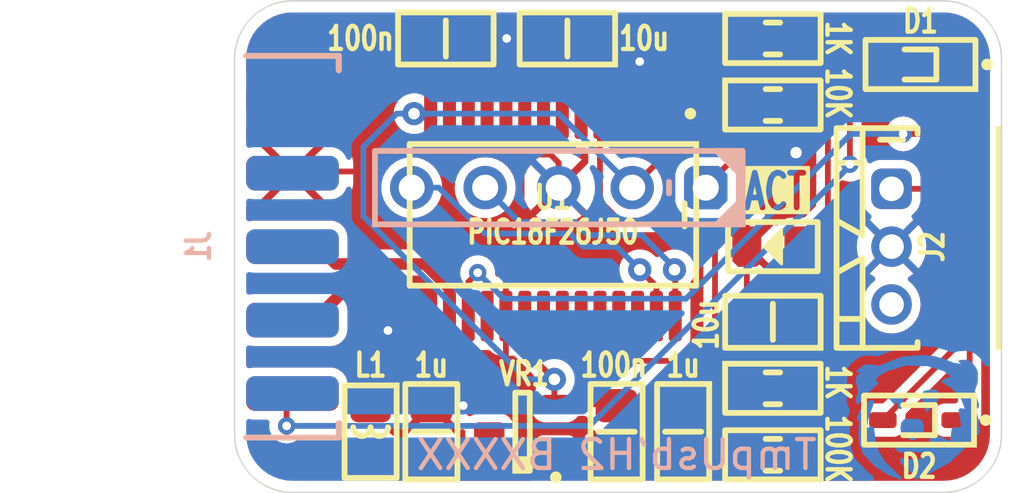
<source format=kicad_pcb>
(kicad_pcb (version 20240108) (generator "pcbnew") (generator_version "8.0")
  (layers (0 "F.Cu" signal) (31 "B.Cu" signal) (34 "B.Paste" user) (35 "F.Paste" user) (36 "B.SilkS" user "B.Silkscreen") (37 "F.SilkS" user "F.Silkscreen") (38 "B.Mask" user) (39 "F.Mask" user) (44 "Edge.Cuts" user))
  (net 0 "")
  (net 1 "USB_D+")
  (net 2 "USB_D-")
  (net 3 "GND")
  (net 4 "CAP")
  (net 5 "CAP_POWER")
  (net 6 "ICSP_VPP")
  (net 7 "LED")
  (net 8 "LED'")
  (net 9 "ICSP_PGD")
  (net 10 "ICSP_PGC")
  (net 11 "5V_USB")
  (net 12 "5V")
  (net 13 "3V3")
  (net 14 "3V3_VCAP")
  (net 15 "5V_STBY")
  (net 16 "5V_IN")
  (footprint "Medo64:R (0805)" (layer "F.Cu") (at 33.6 30.7 180)
    (property "Reference" "R4" (hide yes))
    (property "Value" "100K" (at -2.25 0.2 -90) (layer "F.SilkS") (effects (font (size 0.8 0.6))))
    (fp_line (start -0.25 0.55) (end 0.25 0.55) (stroke (width 0.2)) (layer "F.SilkS"))
    (fp_line (start -0.25 -0.55) (end 0.25 -0.55) (stroke (width 0.2)) (layer "F.SilkS"))
    (fp_rect (start -1.65 -0.85) (end 1.65 0.85) (stroke (width 0.2)) (fill none) (layer "F.SilkS"))
    (pad "1" smd roundrect (at -0.95 0 180) (size 1.05 1.4) (layers "F.Cu" "F.Paste" "F.Mask") (net 4 "CAP"))
    (pad "2" smd roundrect (at 0.95 0 180) (size 1.05 1.4) (layers "F.Cu" "F.Paste" "F.Mask") (net 3 "GND"))
  )
  (footprint "Medo64:L Ferrite (0805)" (layer "F.Cu") (at 19.7 29.9 -90)
    (property "Reference" "L1" (at -2.3 0 0) (layer "F.SilkS") (effects (font (size 0.8 0.6))))
    (property "Value" "40R" (hide yes))
    (fp_rect (start -1.6 -0.9) (end 1.6 0.9) (stroke (width 0.2)) (fill none) (layer "F.SilkS"))
    (fp_arc (start -0.15 0) (mid 0.15 0.3) (end -0.15 0.6) (stroke (width 0.2)) (layer "F.SilkS"))
    (fp_arc (start -0.15 -0.6) (mid 0.15 -0.3) (end -0.15 0) (stroke (width 0.2)) (layer "F.SilkS"))
    (pad "1" smd roundrect (at -0.85 0 270) (size 1.05 1.4) (layers "F.Cu" "F.Paste" "F.Mask") (net 16 "5V_IN"))
    (pad "2" smd roundrect (at 0.85 0 270) (size 1.05 1.4) (layers "F.Cu" "F.Paste" "F.Mask") (net 12 "5V"))
  )
  (footprint "Medo64:R (0805)" (layer "F.Cu") (at 33.6 16.3)
    (property "Reference" "R1" (hide yes))
    (property "Value" "1K" (at 2.25 0 -90) (layer "F.SilkS") (effects (font (size 0.8 0.6))))
    (fp_line (start -0.25 -0.55) (end 0.25 -0.55) (stroke (width 0.2)) (layer "F.SilkS"))
    (fp_line (start -0.25 0.55) (end 0.25 0.55) (stroke (width 0.2)) (layer "F.SilkS"))
    (fp_rect (start -1.65 -0.85) (end 1.65 0.85) (stroke (width 0.2)) (fill none) (layer "F.SilkS"))
    (pad "1" smd roundrect (at -0.95 0) (size 1.05 1.4) (layers "F.Cu" "F.Paste" "F.Mask") (net 7 "LED"))
    (pad "2" smd roundrect (at 0.95 0) (size 1.05 1.4) (layers "F.Cu" "F.Paste" "F.Mask") (net 8 "LED'"))
  )
  (footprint "Medo64:DS (0805)" (layer "F.Cu") (at 33.6 23.5)
    (property "Reference" "DS1" (hide yes))
    (property "Value" "ACT" (hide yes))
    (fp_rect (start -1.55 -0.85) (end 1.55 0.85) (stroke (width 0.2)) (fill none) (layer "F.SilkS"))
    (fp_poly (pts (xy -0.3 0) (xy 0.3 -0.6) (xy 0.3 0.6)) (stroke (width 0.1)) (fill solid) (layer "F.SilkS"))
    (pad "1" smd roundrect (at -0.9 0) (size 1 1.4) (layers "F.Cu" "F.Paste" "F.Mask") (chamfer_ratio 0.2) (chamfer top_left bottom_left) (net 3 "GND"))
    (pad "2" smd roundrect (at 0.9 0) (size 1 1.4) (layers "F.Cu" "F.Paste" "F.Mask") (net 8 "LED'"))
  )
  (footprint "Medo64:C (0805)" (layer "F.Cu") (at 26.5 16.3 180)
    (property "Reference" "C5" (hide yes))
    (property "Value" "10u" (at -2.65 0 0) (layer "F.SilkS") (effects (font (size 0.8 0.6) (thickness 0.15) (bold yes))))
    (fp_line (start 0 -0.625) (end 0 0.625) (stroke (width 0.2)) (layer "F.SilkS"))
    (fp_rect (start -1.65 -0.9) (end 1.65 0.9) (stroke (width 0.2)) (fill none) (layer "F.SilkS"))
    (pad "1" smd roundrect (at -0.9 0 180) (size 1.15 1.45) (layers "F.Cu" "F.Paste" "F.Mask") (net 14 "3V3_VCAP"))
    (pad "2" smd roundrect (at 0.9 0 180) (size 1.15 1.45) (layers "F.Cu" "F.Paste" "F.Mask") (net 3 "GND"))
  )
  (footprint "Medo64:C (0805)" (layer "F.Cu") (at 28.2 29.9 -90)
    (property "Reference" "C1" (hide yes))
    (property "Value" "100n" (at -2.3 0.1 0) (layer "F.SilkS") (effects (font (size 0.8 0.6) (thickness 0.15) (bold yes))))
    (fp_line (start 0 -0.625) (end 0 0.625) (stroke (width 0.2)) (layer "F.SilkS"))
    (fp_rect (start -1.65 -0.9) (end 1.65 0.9) (stroke (width 0.2)) (fill none) (layer "F.SilkS"))
    (pad "1" smd roundrect (at -0.9 0 270) (size 1.15 1.45) (layers "F.Cu" "F.Paste" "F.Mask") (net 13 "3V3"))
    (pad "2" smd roundrect (at 0.9 0 270) (size 1.15 1.45) (layers "F.Cu" "F.Paste" "F.Mask") (net 3 "GND"))
  )
  (footprint "Medo64:C (0805)" (layer "F.Cu") (at 21.8 29.9 90)
    (property "Reference" "C3" (hide yes))
    (property "Value" "1u" (at 2.3 0 0) (layer "F.SilkS") (effects (font (size 0.8 0.6) (thickness 0.15) (bold yes))))
    (fp_line (start 0 -0.625) (end 0 0.625) (stroke (width 0.2)) (layer "F.SilkS"))
    (fp_rect (start -1.65 -0.9) (end 1.65 0.9) (stroke (width 0.2)) (fill none) (layer "F.SilkS"))
    (pad "1" smd roundrect (at -0.9 0 90) (size 1.15 1.45) (layers "F.Cu" "F.Paste" "F.Mask") (net 12 "5V"))
    (pad "2" smd roundrect (at 0.9 0 90) (size 1.15 1.45) (layers "F.Cu" "F.Paste" "F.Mask") (net 3 "GND"))
  )
  (footprint "Medo64:D (SOD323)" (layer "F.Cu") (at 38.7 17.2 180)
    (property "Reference" "D1" (at 0 1.5 0) (layer "F.SilkS") (effects (font (size 0.8 0.6) (thickness 0.15) (bold yes))))
    (property "Value" "CUS08F30" (hide yes))
    (fp_line (start -0.55 0.52) (end 0.55 0.52) (stroke (width 0.2)) (layer "F.SilkS"))
    (fp_line (start -0.55 -0.52) (end 0.55 -0.52) (stroke (width 0.2)) (layer "F.SilkS"))
    (fp_line (start -0.55 -0.52) (end -0.55 0.52) (stroke (width 0.2)) (layer "F.SilkS"))
    (fp_rect (start -1.9 -0.85) (end 1.9 0.85) (stroke (width 0.2)) (fill none) (layer "F.SilkS"))
    (fp_circle (center -2.3 0) (end -2.15 0) (stroke (width 0.1)) (fill solid) (layer "F.SilkS"))
    (pad "1" smd roundrect (at -1.25 0 180) (size 0.95 0.55) (layers "F.Cu" "F.Paste" "F.Mask") (chamfer_ratio 0.2) (chamfer top_left bottom_left) (net 16 "5V_IN"))
    (pad "2" smd roundrect (at 1.25 0 180) (size 0.95 0.55) (layers "F.Cu" "F.Paste" "F.Mask") (net 11 "5V_USB"))
  )
  (footprint "Medo64:J AMP 292133-3 [WOL] (3w)" (layer "F.Cu") (at 37.7 23.5 -90)
    (property "Reference" "J2" (at 0 -1.4 90) (layer "F.SilkS") (effects (font (size 0.8 0.6) (thickness 0.15) (bold yes))))
    (property "Value" "292133-3")
    (fp_line (start -0.9 1.9) (end -0.4 1) (stroke (width 0.2)) (layer "F.SilkS"))
    (fp_line (start 0.9 1.9) (end 0.4 1) (stroke (width 0.2)) (layer "F.SilkS"))
    (fp_line (start 2.5 1.9) (end -2.9 1.9) (stroke (width 0.2)) (layer "F.SilkS"))
    (fp_line (start -4.1 1) (end -4.1 -0.9) (stroke (width 0.2)) (layer "F.SilkS"))
    (fp_line (start -2.9 1) (end -0.4 1) (stroke (width 0.2)) (layer "F.SilkS"))
    (fp_line (start 2.5 1) (end 0.4 1) (stroke (width 0.2)) (layer "F.SilkS"))
    (fp_line (start 3.5 1) (end 3.5 -0.9) (stroke (width 0.2)) (layer "F.SilkS"))
    (fp_line (start -3.7 -0.4) (end -3.7 0.4) (stroke (width 0.2)) (layer "F.SilkS"))
    (fp_line (start -3.9 -0.9) (end -4.1 -0.9) (stroke (width 0.2)) (layer "F.SilkS"))
    (fp_line (start 3.3 -0.9) (end 3.5 -0.9) (stroke (width 0.2)) (layer "F.SilkS"))
    (fp_line (start 3.5 -3.7) (end -4.1 -3.7) (stroke (width 0.2)) (layer "F.SilkS"))
    (fp_rect (start -2.9 1) (end -4.1 1.9) (stroke (width 0.2)) (fill none) (layer "F.SilkS"))
    (fp_rect (start 3.5 1) (end 2.5 1.9) (stroke (width 0.2)) (fill none) (layer "F.SilkS"))
    (pad "1" thru_hole roundrect (at -2 0 270) (size 1.4 1.4) (drill 0.85) (layers "*.Cu" "*.Mask") (net 15 "5V_STBY"))
    (pad "2" thru_hole circle (at 0 0 270) (size 1.4 1.4) (drill 0.85) (layers "*.Cu" "*.Mask") (net 3 "GND"))
    (pad "3" thru_hole circle (at 2 0 270) (size 1.4 1.4) (drill 0.85) (layers "*.Cu" "*.Mask"))
  )
  (footprint "Medo64:D (SOD323)" (layer "F.Cu") (at 38.65 29.5 180)
    (property "Reference" "D2" (at 0 -1.6 0) (layer "F.SilkS") (effects (font (size 0.8 0.6) (thickness 0.15) (bold yes))))
    (property "Value" "CUS08F30" (hide yes))
    (fp_line (start -0.55 0.52) (end 0.55 0.52) (stroke (width 0.2)) (layer "F.SilkS"))
    (fp_line (start -0.55 -0.52) (end 0.55 -0.52) (stroke (width 0.2)) (layer "F.SilkS"))
    (fp_line (start -0.55 -0.52) (end -0.55 0.52) (stroke (width 0.2)) (layer "F.SilkS"))
    (fp_rect (start -1.9 -0.85) (end 1.9 0.85) (stroke (width 0.2)) (fill none) (layer "F.SilkS"))
    (fp_circle (center -2.3 0) (end -2.15 0) (stroke (width 0.1)) (fill solid) (layer "F.SilkS"))
    (pad "1" smd roundrect (at -1.25 0 180) (size 0.95 0.55) (layers "F.Cu" "F.Paste" "F.Mask") (chamfer_ratio 0.2) (chamfer top_left bottom_left) (net 16 "5V_IN"))
    (pad "2" smd roundrect (at 1.25 0 180) (size 0.95 0.55) (layers "F.Cu" "F.Paste" "F.Mask") (net 15 "5V_STBY"))
  )
  (footprint "Medo64:C (0805)" (layer "F.Cu") (at 33.6 26.1 180)
    (property "Reference" "C6" (hide yes))
    (property "Value" "10u" (at 2.3 -0.1 90) (layer "F.SilkS") (effects (font (size 0.8 0.6) (thickness 0.15) (bold yes))))
    (fp_line (start 0 -0.625) (end 0 0.625) (stroke (width 0.2)) (layer "F.SilkS"))
    (fp_rect (start -1.65 -0.9) (end 1.65 0.9) (stroke (width 0.2)) (fill none) (layer "F.SilkS"))
    (pad "1" smd roundrect (at -0.9 0 180) (size 1.15 1.45) (layers "F.Cu" "F.Paste" "F.Mask") (net 4 "CAP"))
    (pad "2" smd roundrect (at 0.9 0 180) (size 1.15 1.45) (layers "F.Cu" "F.Paste" "F.Mask") (net 3 "GND"))
  )
  (footprint "Medo64:VR Linear 3.3V 250mA [MCP1700] (SOT-23)" (layer "F.Cu") (at 24.95 29.9 90)
    (property "Reference" "VR1" (at 2 0.05 180) (layer "F.SilkS") (effects (font (size 0.8 0.6))))
    (property "Value" "MCP1700" (hide yes))
    (fp_rect (start -1.35 -0.25) (end 1.35 0.25) (stroke (width 0.2)) (fill none) (layer "F.SilkS"))
    (fp_rect (start -1.35 -0.25) (end -0.95 0.25) (stroke (width 0.2)) (fill solid) (layer "F.SilkS"))
    (fp_circle (center -1.575 1.15) (end -1.425 1.15) (stroke (width 0.1)) (fill solid) (layer "F.SilkS"))
    (pad "1" smd roundrect (at -0.95 1.15 90) (size 0.65 1.05) (layers "F.Cu" "F.Paste" "F.Mask") (chamfer_ratio 0.2) (chamfer top_left bottom_left) (net 3 "GND"))
    (pad "2" smd roundrect (at 0.95 1.15 90) (size 0.65 1.05) (layers "F.Cu" "F.Paste" "F.Mask") (net 13 "3V3"))
    (pad "3" smd roundrect (at 0 -1.15 90) (size 0.65 1.05) (layers "F.Cu" "F.Paste" "F.Mask") (net 12 "5V"))
  )
  (footprint "Medo64:C (0805)" (layer "F.Cu") (at 30.5 29.9 -90)
    (property "Reference" "C4" (hide yes))
    (property "Value" "1u" (at -2.3 0 0) (layer "F.SilkS") (effects (font (size 0.8 0.6) (thickness 0.15) (bold yes))))
    (fp_line (start 0 -0.625) (end 0 0.625) (stroke (width 0.2)) (layer "F.SilkS"))
    (fp_rect (start -1.65 -0.9) (end 1.65 0.9) (stroke (width 0.2)) (fill none) (layer "F.SilkS"))
    (pad "1" smd roundrect (at -0.9 0 270) (size 1.15 1.45) (layers "F.Cu" "F.Paste" "F.Mask") (net 13 "3V3"))
    (pad "2" smd roundrect (at 0.9 0 270) (size 1.15 1.45) (layers "F.Cu" "F.Paste" "F.Mask") (net 3 "GND"))
  )
  (footprint "Medo64:R (0805)" (layer "F.Cu") (at 33.6 18.6)
    (property "Reference" "R3" (hide yes))
    (property "Value" "10K" (at 2.25 -0.4 -90) (layer "F.SilkS") (effects (font (size 0.8 0.6))))
    (fp_line (start -0.25 -0.55) (end 0.25 -0.55) (stroke (width 0.2)) (layer "F.SilkS"))
    (fp_line (start -0.25 0.55) (end 0.25 0.55) (stroke (width 0.2)) (layer "F.SilkS"))
    (fp_rect (start -1.65 -0.85) (end 1.65 0.85) (stroke (width 0.2)) (fill none) (layer "F.SilkS"))
    (pad "1" smd roundrect (at -0.95 0) (size 1.05 1.4) (layers "F.Cu" "F.Paste" "F.Mask") (net 13 "3V3"))
    (pad "2" smd roundrect (at 0.95 0) (size 1.05 1.4) (layers "F.Cu" "F.Paste" "F.Mask") (net 6 "ICSP_VPP"))
  )
  (footprint "Medo64:U Micro [PIC18F26J50] (SSOP-28)" (layer "F.Cu") (at 26 22.4 -90)
    (property "Reference" "U1" (at -0.6 0 0) (layer "F.SilkS") (effects (font (size 0.8 0.6))))
    (property "Value" "PIC18F26J50" (at 0.6 0 0) (layer "F.SilkS") (effects (font (size 0.8 0.6))))
    (fp_line (start -0.4 -4.55) (end 0.4 -4.55) (stroke (width 0.2)) (layer "F.SilkS"))
    (fp_rect (start -2.45 -4.95) (end 2.45 4.95) (stroke (width 0.2)) (fill none) (layer "F.SilkS"))
    (fp_circle (center -3.5 -4.75) (end -3.35 -4.75) (stroke (width 0.1)) (fill solid) (layer "F.SilkS"))
    (pad "1" smd roundrect (at -3.5 -4.225 270) (size 1.75 0.45) (layers "F.Cu" "F.Paste" "F.Mask") (chamfer_ratio 0.2) (chamfer top_left top_right) (net 6 "ICSP_VPP"))
    (pad "2" smd roundrect (at -3.5 -3.575 270) (size 1.75 0.45) (layers "F.Cu" "F.Paste" "F.Mask") (net 7 "LED"))
    (pad "3" smd roundrect (at -3.5 -2.925 270) (size 1.75 0.45) (layers "F.Cu" "F.Paste" "F.Mask"))
    (pad "4" smd roundrect (at -3.5 -2.275 270) (size 1.75 0.45) (layers "F.Cu" "F.Paste" "F.Mask"))
    (pad "5" smd roundrect (at -3.5 -1.625 270) (size 1.75 0.45) (layers "F.Cu" "F.Paste" "F.Mask") (net 4 "CAP"))
    (pad "6" smd roundrect (at -3.5 -0.975 270) (size 1.75 0.45) (layers "F.Cu" "F.Paste" "F.Mask") (net 14 "3V3_VCAP"))
    (pad "7" smd roundrect (at -3.5 -0.325 270) (size 1.75 0.45) (layers "F.Cu" "F.Paste" "F.Mask"))
    (pad "8" smd roundrect (at -3.5 0.325 270) (size 1.75 0.45) (layers "F.Cu" "F.Paste" "F.Mask") (net 3 "GND"))
    (pad "9" smd roundrect (at -3.5 0.975 270) (size 1.75 0.45) (layers "F.Cu" "F.Paste" "F.Mask"))
    (pad "10" smd roundrect (at -3.5 1.625 270) (size 1.75 0.45) (layers "F.Cu" "F.Paste" "F.Mask"))
    (pad "11" smd roundrect (at -3.5 2.275 270) (size 1.75 0.45) (layers "F.Cu" "F.Paste" "F.Mask"))
    (pad "12" smd roundrect (at -3.5 2.925 270) (size 1.75 0.45) (layers "F.Cu" "F.Paste" "F.Mask"))
    (pad "13" smd roundrect (at -3.5 3.575 270) (size 1.75 0.45) (layers "F.Cu" "F.Paste" "F.Mask"))
    (pad "14" smd roundrect (at -3.5 4.225 270) (size 1.75 0.45) (layers "F.Cu" "F.Paste" "F.Mask") (net 13 "3V3"))
    (pad "15" smd roundrect (at 3.5 4.225 270) (size 1.75 0.45) (layers "F.Cu" "F.Paste" "F.Mask") (net 2 "USB_D-"))
    (pad "16" smd roundrect (at 3.5 3.575 270) (size 1.75 0.45) (layers "F.Cu" "F.Paste" "F.Mask") (net 1 "USB_D+"))
    (pad "17" smd roundrect (at 3.5 2.925 270) (size 1.75 0.45) (layers "F.Cu" "F.Paste" "F.Mask") (net 16 "5V_IN"))
    (pad "18" smd roundrect (at 3.5 2.275 270) (size 1.75 0.45) (layers "F.Cu" "F.Paste" "F.Mask"))
    (pad "19" smd roundrect (at 3.5 1.625 270) (size 1.75 0.45) (layers "F.Cu" "F.Paste" "F.Mask") (net 3 "GND"))
    (pad "20" smd roundrect (at 3.5 0.975 270) (size 1.75 0.45) (layers "F.Cu" "F.Paste" "F.Mask") (net 13 "3V3"))
    (pad "21" smd roundrect (at 3.5 0.325 270) (size 1.75 0.45) (layers "F.Cu" "F.Paste" "F.Mask"))
    (pad "22" smd roundrect (at 3.5 -0.325 270) (size 1.75 0.45) (layers "F.Cu" "F.Paste" "F.Mask"))
    (pad "23" smd roundrect (at 3.5 -0.975 270) (size 1.75 0.45) (layers "F.Cu" "F.Paste" "F.Mask"))
    (pad "24" smd roundrect (at 3.5 -1.625 270) (size 1.75 0.45) (layers "F.Cu" "F.Paste" "F.Mask") (net 5 "CAP_POWER"))
    (pad "25" smd roundrect (at 3.5 -2.275 270) (size 1.75 0.45) (layers "F.Cu" "F.Paste" "F.Mask"))
    (pad "26" smd roundrect (at 3.5 -2.925 270) (size 1.75 0.45) (layers "F.Cu" "F.Paste" "F.Mask"))
    (pad "27" smd roundrect (at 3.5 -3.575 270) (size 1.75 0.45) (layers "F.Cu" "F.Paste" "F.Mask") (net 10 "ICSP_PGC"))
    (pad "28" smd roundrect (at 3.5 -4.225 270) (size 1.75 0.45) (layers "F.Cu" "F.Paste" "F.Mask") (net 9 "ICSP_PGD"))
  )
  (footprint "Medo64:C (0805)" (layer "F.Cu") (at 22.3 16.3)
    (property "Reference" "C2" (hide yes))
    (property "Value" "100n" (at -2.95 0 0) (layer "F.SilkS") (effects (font (size 0.8 0.6) (thickness 0.15) (bold yes))))
    (fp_line (start 0 -0.625) (end 0 0.625) (stroke (width 0.2)) (layer "F.SilkS"))
    (fp_rect (start -1.65 -0.9) (end 1.65 0.9) (stroke (width 0.2)) (fill none) (layer "F.SilkS"))
    (pad "1" smd roundrect (at -0.9 0) (size 1.15 1.45) (layers "F.Cu" "F.Paste" "F.Mask") (net 13 "3V3"))
    (pad "2" smd roundrect (at 0.9 0) (size 1.15 1.45) (layers "F.Cu" "F.Paste" "F.Mask") (net 3 "GND"))
  )
  (footprint "Medo64:R (0805)" (layer "F.Cu") (at 33.6 28.4)
    (property "Reference" "R2" (hide yes))
    (property "Value" "1K" (at 2.25 -0.2 -90) (layer "F.SilkS") (effects (font (size 0.8 0.6))))
    (fp_line (start -0.25 -0.55) (end 0.25 -0.55) (stroke (width 0.2)) (layer "F.SilkS"))
    (fp_line (start -0.25 0.55) (end 0.25 0.55) (stroke (width 0.2)) (layer "F.SilkS"))
    (fp_rect (start -1.65 -0.85) (end 1.65 0.85) (stroke (width 0.2)) (fill none) (layer "F.SilkS"))
    (pad "1" smd roundrect (at -0.95 0) (size 1.05 1.4) (layers "F.Cu" "F.Paste" "F.Mask") (net 5 "CAP_POWER"))
    (pad "2" smd roundrect (at 0.95 0) (size 1.05 1.4) (layers "F.Cu" "F.Paste" "F.Mask") (net 4 "CAP"))
  )
  (footprint "Medo64:ICON Medo64" (layer "B.Cu") (at 38.6 29.4 180)
    (property "Reference" "Z?" (hide yes))
    (property "Value" "Medo64" (hide yes))
    (fp_poly (pts (xy 0.569 0.353) (xy 0.506 0.707) (xy 0.554 0.778) (xy 0.719 0.8) (xy 0.885 0.786) (xy 0.979 0.733) (xy 1.012 0.682) (xy 0.902 0.659) (xy 0.892 0.612) (xy 0.793 0.5) (xy 0.659 0.583) (xy 0.647 0.581) (xy 0.632 0.391) (xy 0.622 0.353) (xy 0.592 0.334)) (stroke (width 0.1)) (fill solid) (layer "B.Cu"))
    (fp_poly (pts (xy -0.347 0.253) (xy -0.412 0.648) (xy -0.502 0.544) (xy -0.626 0.56) (xy -0.646 0.595) (xy -0.654 0.695) (xy -0.79 0.696) (xy -0.777 0.752) (xy -0.709 0.806) (xy -0.594 0.838) (xy -0.594 0.861) (xy -0.645 0.874) (xy -0.654 0.893) (xy -0.626 0.915) (xy -0.491 0.913) (xy -0.267 0.874) (xy -0.168 0.787) (xy -0.23 0.486) (xy -0.331 0.233) (xy -0.339 0.24)) (stroke (width 0.1)) (fill solid) (layer "B.Cu"))
    (fp_poly (pts (xy 0.115 -0.742) (xy 0.0899 -0.706) (xy 0.0781 -0.566) (xy 0.0622 -0.52) (xy 0.00798 -0.502) (xy -0.097 -0.566) (xy -0.155 -0.508) (xy -0.174 -0.31) (xy -0.101 -0.133) (xy -0.0361 -0.108) (xy 0.168 -0.103) (xy 0.347 -0.109) (xy 0.44 -0.12) (xy 0.515 -0.205) (xy 0.54 -0.36) (xy 0.533 -0.466) (xy 0.5 -0.535) (xy 0.431 -0.596) (xy 0.384 -0.562) (xy 0.365 -0.53) (xy 0.342 -0.512) (xy 0.286 -0.53) (xy 0.257 -0.652) (xy 0.212 -0.749)) (stroke (width 0.1)) (fill solid) (layer "B.Cu"))
    (fp_poly (pts (xy 1.137 -1.588) (xy 1.377 -1.227) (xy 1.493 -0.853) (xy 1.544 -0.455) (xy 1.551 -0.378) (xy 1.595 -0.367) (xy 1.649 -0.379) (xy 1.781 -0.45) (xy 1.801 -0.39) (xy 1.761 -0.0848) (xy 1.586 0.417) (xy 1.555 0.511) (xy 1.55 0.558) (xy 1.648 0.527) (xy 1.79 0.423) (xy 1.958 0.207) (xy 2.045 -0.013) (xy 2.05 -0.076) (xy 1.964 -0.0819) (xy 1.999 -0.548) (xy 1.973 -0.89) (xy 1.846 -1.245) (xy 1.444 -1.662) (xy 1.007 -1.949) (xy 0.62 -2.1)) (stroke (width 0.1)) (fill solid) (layer "B.Cu"))
    (fp_poly (pts (xy -0.162 -2.027) (xy -1.067 -1.539) (xy -1.715 -0.923) (xy -1.847 -0.71) (xy -1.921 -0.519) (xy -2.079 -0.567) (xy -2.095 -0.469) (xy -2.062 -0.0937) (xy -1.952 0.314) (xy -1.982 0.367) (xy -2.06 0.354) (xy -2.077 0.422) (xy -1.93 0.912) (xy -2.032 1.227) (xy -2.034 1.544) (xy -1.998 1.647) (xy -1.903 1.796) (xy -1.782 1.9) (xy -1.695 1.941) (xy -1.468 1.93) (xy -1.663 1.801) (xy -1.722 1.753) (xy -1.784 1.659) (xy -1.735 1.66) (xy -1.576 1.778) (xy -1.371 1.817) (xy -1.254 1.827) (xy -1.134 1.877) (xy -0.852 1.987) (xy -0.528 2.073) (xy -0.0731 2.1) (xy 0.509 2.05) (xy 1.073 1.842) (xy 1.317 1.73) (xy 1.649 1.779) (xy 1.837 1.763) (xy 2.065 1.59) (xy 1.802 1.633) (xy 1.67 1.615) (xy 1.959 1.505) (xy 2.067 1.378) (xy 2.085 1.212) (xy 2.009 0.915) (xy 2.099 0.563) (xy 2.055 0.501) (xy 1.891 0.746) (xy 1.396 1.198) (xy 1.522 1.254) (xy 1.413 1.428) (xy 1.101 1.627) (xy 0.403 1.839) (xy -0.366 1.813) (xy -0.919 1.642) (xy -1.209 1.43) (xy -1.227 1.366) (xy -0.981 1.3) (xy -0.886 1.23) (xy -1.21 1.035) (xy -1.558 0.628) (xy -1.682 0.293) (xy -1.663 0.238) (xy -1.492 0.262) (xy -1.468 0.242) (xy -1.547 -0.268) (xy -1.529 -0.375) (xy -1.464 -0.408) (xy -1.339 -0.39) (xy -1.231 -0.419) (xy -1.16 -0.905) (xy -0.625 -0.656) (xy -0.494 -0.655) (xy -0.414 -1.002) (xy 0.18 -1.002) (xy 0.561 -1.064) (xy 0.751 -0.985) (xy 0.746 -1.053) (xy 0.624 -1.17) (xy 0.142 -1.154) (xy -0.23 -1.188) (xy -0.449 -1.178) (xy -0.342 -1.347) (xy -0.189 -1.45) (xy -0.0588 -1.5) (xy 0.291 -1.511) (xy 0.537 -1.463) (xy 0.568 -1.475) (xy 0.523 -1.584) (xy 0.188 -1.888) (xy 0.0332 -2.1)) (stroke (width 0.1)) (fill solid) (layer "B.Cu"))
  )
  (footprint "Medo64:ICSP PIC Pogo SS (5w)" (layer "B.Cu") (at 26.2 21.459 180)
    (property "Reference" "" (hide yes))
    (property "Value" "J ICSP PIC Pogo (~{6}w)" (hide yes))
    (fp_line (start -3.81 -0.2) (end -3.81 0.2) (stroke (width 0.2)) (layer "B.SilkS"))
    (fp_rect (start 6.35 -1.27) (end -6.35 1.27) (stroke (width 0.2)) (fill none) (layer "B.SilkS"))
    (fp_poly (pts (xy -6.223 0.508) (xy -5.461 1.27) (xy -6.35 1.27) (xy -6.35 -1.27) (xy -5.461 -1.27) (xy -6.223 -0.508)) (stroke (width 0.2)) (fill solid) (layer "B.SilkS"))
    (pad "1" thru_hole roundrect (at -5.08 0 180) (size 1.5 1.5) (drill 0.9) (layers "*.Cu" "B.Mask") (chamfer_ratio 0.2) (chamfer top_left bottom_left) (net 6 "ICSP_VPP"))
    (pad "2" thru_hole circle (at -2.54 0 180) (size 1.5 1.5) (drill 0.9) (layers "*.Cu" "B.Mask") (net 13 "3V3"))
    (pad "3" thru_hole circle (at 0 0 180) (size 1.5 1.5) (drill 0.9) (layers "*.Cu" "B.Mask") (net 3 "GND"))
    (pad "4" thru_hole circle (at 2.54 0 180) (size 1.5 1.5) (drill 0.9) (layers "*.Cu" "B.Mask") (net 9 "ICSP_PGD"))
    (pad "5" thru_hole circle (at 5.08 0 180) (size 1.5 1.5) (drill 0.9) (layers "*.Cu" "B.Mask") (net 10 "ICSP_PGC"))
  )
  (footprint "Medo64:J USB MB 2.0 Edge (9w)" (layer "B.Cu") (at 17 23.5 -90)
    (property "Reference" "J1" (at -0.01 3.25 90) (layer "B.SilkS") (effects (font (size 0.8 0.6)) (justify mirror)))
    (property "Value" "215307" (hide yes))
    (fp_line (start -6.6 -1.6) (end -6.6 1.6) (stroke (width 0.2)) (layer "B.SilkS"))
    (fp_line (start -6.1 -1.6) (end -6.6 -1.6) (stroke (width 0.2)) (layer "B.SilkS"))
    (fp_line (start 6.1 -1.6) (end 6.6 -1.6) (stroke (width 0.2)) (layer "B.SilkS"))
    (fp_line (start 6.6 -1.6) (end 6.6 1.6) (stroke (width 0.2)) (layer "B.SilkS"))
    (fp_line (start -6.6 -1.6) (end -6.6 1.6) (stroke (width 0.2)) (layer "F.SilkS"))
    (fp_line (start -6.1 -1.6) (end -6.6 -1.6) (stroke (width 0.2)) (layer "F.SilkS"))
    (fp_line (start 6.1 -1.6) (end 6.6 -1.6) (stroke (width 0.2)) (layer "F.SilkS"))
    (fp_line (start 6.6 -1.6) (end 6.6 1.6) (stroke (width 0.2)) (layer "F.SilkS"))
    (pad "1" smd roundrect (at 5.08 0 270) (size 1.2 3.2) (layers "B.Cu" "B.Paste" "B.Mask") (chamfer_ratio 0.2) (chamfer top_right bottom_right))
    (pad "2" smd roundrect (at 5.08 0 270) (size 1.2 3.2) (layers "F.Cu" "F.Paste" "F.Mask") (net 11 "5V_USB"))
    (pad "3" smd roundrect (at 2.54 0 270) (size 1.2 3.2) (layers "B.Cu" "B.Paste" "B.Mask"))
    (pad "4" smd roundrect (at 2.54 0 270) (size 1.2 3.2) (layers "F.Cu" "F.Paste" "F.Mask") (net 2 "USB_D-"))
    (pad "5" smd roundrect (at 0 0 270) (size 1.2 3.2) (layers "B.Cu" "B.Paste" "B.Mask"))
    (pad "6" smd roundrect (at 0 0 270) (size 1.2 3.2) (layers "F.Cu" "F.Paste" "F.Mask") (net 1 "USB_D+"))
    (pad "7" smd roundrect (at -2.54 0 270) (size 1.2 3.2) (layers "B.Cu" "B.Paste" "B.Mask"))
    (pad "8" smd roundrect (at -2.54 0 270) (size 1.2 3.2) (layers "F.Cu" "F.Paste" "F.Mask") (net 3 "GND"))
    (pad "10" smd roundrect (at -5.08 0 270) (size 1.2 3.2) (layers "F.Cu" "F.Paste" "F.Mask"))
  )
  (gr_arc (start 41.5 30) (mid 40.914214 31.414214) (end 39.5 32) (stroke (width 0.05)) (layer "Edge.Cuts"))
  (gr_arc (start 17 32) (mid 15.585786 31.414214) (end 15 30) (stroke (width 0.05)) (layer "Edge.Cuts"))
  (gr_arc (start 15 17) (mid 15.585786 15.585786) (end 17 15) (stroke (width 0.05)) (layer "Edge.Cuts"))
  (gr_line (start 41.5 17) (end 41.5 30) (stroke (width 0.05)) (layer "Edge.Cuts"))
  (gr_line (start 15 17) (end 15 30) (stroke (width 0.05)) (layer "Edge.Cuts"))
  (gr_line (start 17 32) (end 39.5 32) (stroke (width 0.05)) (layer "Edge.Cuts"))
  (gr_arc (start 39.5 15) (mid 40.914214 15.585786) (end 41.5 17) (stroke (width 0.05)) (layer "Edge.Cuts"))
  (gr_line (start 17 15) (end 39.5 15) (stroke (width 0.05)) (layer "Edge.Cuts"))
  (gr_text "TmpUsb'H2 BXXXX" (at 28.2 30.7 0) (layer "B.SilkS") (effects (font (size 1 1)) (justify mirror)))
  (gr_text "ACT" (at 32.5 22.3 0) (layer "F.SilkS" knockout) (effects (font (size 1.2 0.8) (thickness 0.2) (bold yes)) (justify left bottom)))
  (segment (start 22.425 24.950214) (end 21.574786 24.1) (width 0.4) (layer "F.Cu") (net 1))
  (segment (start 22.425 25.5) (end 22.425 24.950214) (width 0.4) (layer "F.Cu") (net 1))
  (segment (start 18.5 24.1) (end 17.9 23.5) (width 0.4) (layer "F.Cu") (net 1))
  (segment (start 21.574786 24.1) (end 18.5 24.1) (width 0.4) (layer "F.Cu") (net 1))
  (segment (start 19.1 24.7) (end 17.76 26.04) (width 0.4) (layer "F.Cu") (net 2))
  (segment (start 21.775 25.175) (end 21.3 24.7) (width 0.4) (layer "F.Cu") (net 2))
  (segment (start 21.3 24.7) (end 19.1 24.7) (width 0.4) (layer "F.Cu") (net 2))
  (segment (start 21.775 25.5) (end 21.775 25.175) (width 0.4) (layer "F.Cu") (net 2))
  (segment (start 34.4 20.25) (end 32.7 21.95) (width 0.2) (layer "F.Cu") (net 3))
  (segment (start 22.9 29) (end 24.35 29) (width 0.2) (layer "F.Cu") (net 3))
  (segment (start 30.5 30.8) (end 32.55 30.8) (width 0.2) (layer "F.Cu") (net 3))
  (segment (start 26.2 21.459) (end 26.2 20.6) (width 0.2) (layer "F.Cu") (net 3))
  (segment (start 25.916 20.316) (end 25.692 20.316) (width 0.2) (layer "F.Cu") (net 3))
  (segment (start 25.675 18.5) (end 25.675 16.375) (width 0.2) (layer "F.Cu") (net 3))
  (segment (start 24.85 29.5) (end 24.85 30.45) (width 0.2) (layer "F.Cu") (net 3))
  (segment (start 32.7 24.8) (end 32.7 26.1) (width 0.2) (layer "F.Cu") (net 3))
  (segment (start 24.375 25.9) (end 24.375 24.075) (width 0.2) (layer "F.Cu") (net 3))
  (segment (start 24.375 25.9) (end 24.375 29) (width 0.2) (layer "F.Cu") (net 3))
  (segment (start 25.6 16.3) (end 24.400006 16.3) (width 0.2) (layer "F.Cu") (net 3))
  (segment (start 24.375 24.075) (end 24.75 23.7) (width 0.2) (layer "F.Cu") (net 3))
  (segment (start 24.375 29) (end 22.9 29) (width 0.2) (layer "F.Cu") (net 3))
  (segment (start 25.692 20.316) (end 25.491 20.316) (width 0.2) (layer "F.Cu") (net 3))
  (segment (start 25.675 20.299) (end 25.692 20.316) (width 0.2) (layer "F.Cu") (net 3))
  (segment (start 25.25 30.85) (end 28.15 30.85) (width 0.2) (layer "F.Cu") (net 3))
  (segment (start 24.916637 23.466637) (end 24.95 23.5) (width 0.2) (layer "F.Cu") (net 3))
  (segment (start 24.85 30.45) (end 25.25 30.85) (width 0.2) (layer "F.Cu") (net 3))
  (segment (start 25.675 18.9) (end 25.675 20.299) (width 0.2) (layer "F.Cu") (net 3))
  (segment (start 25.491 20.316) (end 20.584 20.316) (width 0.2) (layer "F.Cu") (net 3))
  (segment (start 28.2 30.8) (end 30.5 30.8) (width 0.2) (layer "F.Cu") (net 3))
  (segment (start 20 20.9) (end 16.75 20.9) (width 0.2) (layer "F.Cu") (net 3))
  (segment (start 24.35 29) (end 24.85 29.5) (width 0.2) (layer "F.Cu") (net 3))
  (segment (start 21.8 29) (end 22.9 29) (width 0.2) (layer "F.Cu") (net 3))
  (segment (start 32.7 23.5) (end 32.7 24.8) (width 0.2) (layer "F.Cu") (net 3))
  (segment (start 24.95 23.5) (end 24.75 23.7) (width 0.2) (layer "F.Cu") (net 3))
  (segment (start 20.584 20.316) (end 20 20.9) (width 0.2) (layer "F.Cu") (net 3))
  (segment (start 24.916637 20.316) (end 24.916637 23.466637) (width 0.2) (layer "F.Cu") (net 3))
  (segment (start 36.4 24.8) (end 32.7 24.8) (width 0.2) (layer "F.Cu") (net 3))
  (segment (start 25.6 16.3) (end 24.4 16.3) (width 0.2) (layer "F.Cu") (net 3))
  (segment (start 26.2 20.6) (end 25.916 20.316) (width 0.2) (layer "F.Cu") (net 3))
  (segment (start 25.491 20.316) (end 24.916637 20.316) (width 0.2) (layer "F.Cu") (net 3))
  (segment (start 37.7 23.5) (end 36.4 24.8) (width 0.2) (layer "F.Cu") (net 3))
  (segment (start 32.7 21.95) (end 32.7 23.5) (width 0.2) (layer "F.Cu") (net 3))
  (segment (start 24.4 16.3) (end 23.2 16.3) (width 0.2) (layer "F.Cu") (net 3))
  (via (at 29 17.1) (size 0.6) (drill 0.3) (layers "F.Cu" "B.Cu") (net 3))
  (via (at 20.299998 26.4) (size 0.6) (drill 0.3) (layers "F.Cu" "B.Cu") (net 3))
  (via (at 24.400006 16.3) (size 0.6) (drill 0.3) (layers "F.Cu" "B.Cu") (net 3))
  (via (at 34.4 20.25) (size 0.8) (drill 0.4) (layers "F.Cu" "B.Cu") (net 3))
  (via (at 22.9 29) (size 0.6) (drill 0.3) (layers "F.Cu" "B.Cu") (net 3))
  (segment (start 20.3 26.4) (end 20.299998 26.4) (width 0.2) (layer "B.Cu") (net 3))
  (segment (start 34.35 20.25) (end 31.9 22.7) (width 0.2) (layer "B.Cu") (net 3))
  (segment (start 22.9 29) (end 20.3 26.4) (width 0.2) (layer "B.Cu") (net 3))
  (segment (start 27.441 22.7) (end 26.2 21.459) (width 0.2) (layer "B.Cu") (net 3))
  (segment (start 34.4 20.25) (end 34.35 20.25) (width 0.2) (layer "B.Cu") (net 3))
  (segment (start 31.9 22.7) (end 27.441 22.7) (width 0.2) (layer "B.Cu") (net 3))
  (segment (start 28.2 16.3) (end 29 17.1) (width 0.2) (layer "B.Cu") (net 3))
  (segment (start 24.400006 16.3) (end 28.2 16.3) (width 0.2) (layer "B.Cu") (net 3))
  (segment (start 31 22.6) (end 31.6 23.2) (width 0.2) (layer "F.Cu") (net 4))
  (segment (start 28.3 22.6) (end 31 22.6) (width 0.2) (layer "F.Cu") (net 4))
  (segment (start 27.625 21.925) (end 28.3 22.6) (width 0.2) (layer "F.Cu") (net 4))
  (segment (start 31.6 27) (end 31.9 27.3) (width 0.2) (layer "F.Cu") (net 4))
  (segment (start 27.625 18.9) (end 27.625 21.925) (width 0.2) (layer "F.Cu") (net 4))
  (segment (start 34.55 30.7) (end 34.55 28.45) (width 0.2) (layer "F.Cu") (net 4))
  (segment (start 31.6 23.2) (end 31.6 27) (width 0.2) (layer "F.Cu") (net 4))
  (segment (start 31.9 27.3) (end 34.5 27.3) (width 0.2) (layer "F.Cu") (net 4))
  (segment (start 34.5 27.2) (end 34.5 26.1) (width 0.2) (layer "F.Cu") (net 4))
  (segment (start 34.5 28.4) (end 34.5 27.2) (width 0.2) (layer "F.Cu") (net 4))
  (segment (start 32.35 27.8) (end 32.65 28.1) (width 0.2) (layer "F.Cu") (net 5))
  (segment (start 27.9 27.45) (end 30.8 27.45) (width 0.2) (layer "F.Cu") (net 5))
  (segment (start 27.625 25.9) (end 27.625 27.175) (width 0.2) (layer "F.Cu") (net 5))
  (segment (start 27.625 27.175) (end 27.9 27.45) (width 0.2) (layer "F.Cu") (net 5))
  (segment (start 31.15 27.8) (end 32.35 27.8) (width 0.2) (layer "F.Cu") (net 5))
  (segment (start 30.8 27.45) (end 31.15 27.8) (width 0.2) (layer "F.Cu") (net 5))
  (segment (start 34.55 18.6) (end 33.35 17.4) (width 0.2) (layer "F.Cu") (net 6))
  (segment (start 33.1 19.6) (end 33.7 19.6) (width 0.2) (layer "F.Cu") (net 6))
  (segment (start 30.225 17.875) (end 30.225 18.5) (width 0.2) (layer "F.Cu") (net 6))
  (segment (start 30.7 17.4) (end 30.225 17.875) (width 0.2) (layer "F.Cu") (net 6))
  (segment (start 33.7 19.6) (end 34.55 18.75) (width 0.2) (layer "F.Cu") (net 6))
  (segment (start 33.35 17.4) (end 30.7 17.4) (width 0.2) (layer "F.Cu") (net 6))
  (segment (start 31.28 21.42) (end 33.1 19.6) (width 0.2) (layer "F.Cu") (net 6))
  (segment (start 30.9 16.3) (end 32.65 16.3) (width 0.2) (layer "F.Cu") (net 7))
  (segment (start 29.575 18.9) (end 29.575 17.625) (width 0.2) (layer "F.Cu") (net 7))
  (segment (start 29.575 17.625) (end 30.9 16.3) (width 0.2) (layer "F.Cu") (net 7))
  (segment (start 35.5 17.25) (end 34.55 16.3) (width 0.2) (layer "F.Cu") (net 8))
  (segment (start 35.5 22.25) (end 35.5 17.25) (width 0.2) (layer "F.Cu") (net 8))
  (segment (start 34.5 23.25) (end 35.5 22.25) (width 0.2) (layer "F.Cu") (net 8))
  (segment (start 30.225 24.456503) (end 30.225 25.9) (width 0.2) (layer "F.Cu") (net 9))
  (via (at 30.2 24.3) (size 0.8) (drill 0.4) (layers "F.Cu" "B.Cu") (net 9))
  (segment (start 23.66 21.459) (end 24.851 22.65) (width 0.2) (layer "B.Cu") (net 9))
  (segment (start 24.851 22.65) (end 26.765686 22.65) (width 0.2) (layer "B.Cu") (net 9))
  (segment (start 27.215686 23.1) (end 29.070529 23.1) (width 0.2) (layer "B.Cu") (net 9))
  (segment (start 29.070529 23.1) (end 30.102 24.131471) (width 0.2) (layer "B.Cu") (net 9))
  (segment (start 26.765686 22.65) (end 27.215686 23.1) (width 0.2) (layer "B.Cu") (net 9))
  (segment (start 30.102 24.131471) (end 30.102 24.180497) (width 0.2) (layer "B.Cu") (net 9))
  (segment (start 30.102 24.180497) (end 30.301503 24.38) (width 0.2) (layer "B.Cu") (net 9))
  (segment (start 29.575 24.875) (end 29 24.3) (width 0.2) (layer "F.Cu") (net 10))
  (segment (start 29.575 25.9) (end 29.575 24.875) (width 0.2) (layer "F.Cu") (net 10))
  (via (at 29 24.3) (size 0.8) (drill 0.4) (layers "F.Cu" "B.Cu") (net 10))
  (segment (start 23.65 23.05) (end 22.059 21.459) (width 0.2) (layer "B.Cu") (net 10))
  (segment (start 28.2 23.5) (end 27.05 23.5) (width 0.2) (layer "B.Cu") (net 10))
  (segment (start 27.05 23.5) (end 26.6 23.05) (width 0.2) (layer "B.Cu") (net 10))
  (segment (start 26.6 23.05) (end 23.65 23.05) (width 0.2) (layer "B.Cu") (net 10))
  (segment (start 22.059 21.459) (end 21.12 21.459) (width 0.2) (layer "B.Cu") (net 10))
  (segment (start 29.08 24.38) (end 28.2 23.5) (width 0.2) (layer "B.Cu") (net 10))
  (segment (start 36.260361 18.389639) (end 36.260361 20.65) (width 0.2) (layer "F.Cu") (net 11))
  (segment (start 37.45 17.2) (end 36.260361 18.389639) (width 0.2) (layer "F.Cu") (net 11))
  (segment (start 16.8 29.7) (end 16.8 28.58) (width 0.2) (layer "F.Cu") (net 11))
  (via (at 16.8 29.7) (size 0.6) (drill 0.3) (layers "F.Cu" "B.Cu") (net 11))
  (via (at 36.260361 20.65) (size 0.6) (drill 0.3) (layers "F.Cu" "B.Cu") (net 11))
  (segment (start 36.260361 20.7003) (end 36.260361 20.65) (width 0.2) (layer "B.Cu") (net 11))
  (segment (start 16.8 29.7) (end 27.260661 29.7) (width 0.2) (layer "B.Cu") (net 11))
  (segment (start 27.260661 29.7) (end 36.260361 20.7003) (width 0.2) (layer "B.Cu") (net 11))
  (segment (start 22.85 30.8) (end 23.75 29.9) (width 0.2) (layer "F.Cu") (net 12))
  (segment (start 19.3 30.75) (end 21.55 30.75) (width 0.2) (layer "F.Cu") (net 12))
  (segment (start 21.6 30.8) (end 22.85 30.8) (width 0.2) (layer "F.Cu") (net 12))
  (segment (start 21.775 18.5) (end 21.775 16.675) (width 0.2) (layer "F.Cu") (net 13))
  (segment (start 25.025 27.065) (end 25.025 25.9) (width 0.2) (layer "F.Cu") (net 13))
  (segment (start 31.225 20.2) (end 29.999 20.2) (width 0.2) (layer "F.Cu") (net 13))
  (segment (start 32.65 18.775) (end 31.225 20.2) (width 0.2) (layer "F.Cu") (net 13))
  (segment (start 26.05 28.95) (end 26.05 28.09) (width 0.2) (layer "F.Cu") (net 13))
  (segment (start 26.05 28.09) (end 25.025 27.065) (width 0.2) (layer "F.Cu") (net 13))
  (segment (start 28.2 29) (end 30.5 29) (width 0.2) (layer "F.Cu") (net 13))
  (segment (start 26.05 28.09) (end 26.050005 28.090005) (width 0.2) (layer "F.Cu") (net 13))
  (segment (start 26.05 28.95) (end 28.15 28.95) (width 0.2) (layer "F.Cu") (net 13))
  (segment (start 21.1 18.9) (end 21.775 18.9) (width 0.25) (layer "F.Cu") (net 13))
  (segment (start 29.999 20.2) (end 28.74 21.459) (width 0.2) (layer "F.Cu") (net 13))
  (via (at 26.050005 28.090005) (size 0.8) (drill 0.4) (layers "F.Cu" "B.Cu") (net 13))
  (via (at 21.2 18.9) (size 0.8) (drill 0.4) (layers "F.Cu" "B.Cu") (net 13))
  (segment (start 19.45 20.05) (end 19.45 22.45) (width 0.2) (layer "B.Cu") (net 13))
  (segment (start 25.090005 28.090005) (end 26.050005 28.090005) (width 0.2) (layer "B.Cu") (net 13))
  (segment (start 19.45 22.45) (end 25.090005 28.090005) (width 0.2) (layer "B.Cu") (net 13))
  (segment (start 26.2 18.9) (end 20.6 18.9) (width 0.2) (layer "B.Cu") (net 13))
  (segment (start 20.6 18.9) (end 19.45 20.05) (width 0.2) (layer "B.Cu") (net 13))
  (segment (start 28.74 21.44) (end 26.2 18.9) (width 0.2) (layer "B.Cu") (net 13))
  (segment (start 26.975 18.5) (end 26.975 16.725) (width 0.2) (layer "F.Cu") (net 14))
  (segment (start 37.7 21.5) (end 39.5 21.5) (width 0.2) (layer "F.Cu") (net 15))
  (segment (start 39.5 21.5) (end 40 22) (width 0.2) (layer "F.Cu") (net 15))
  (segment (start 40 22) (end 40 26.9) (width 0.2) (layer "F.Cu") (net 15))
  (segment (start 40 26.9) (end 37.4 29.5) (width 0.2) (layer "F.Cu") (net 15))
  (segment (start 40.4 19.6) (end 38.1 19.6) (width 0.2) (layer "F.Cu") (net 16))
  (segment (start 23.06 25.99) (end 23.06 27.16) (width 0.2) (layer "F.Cu") (net 16))
  (segment (start 23.4 24.4) (end 23.075 24.725) (width 0.2) (layer "F.Cu") (net 16))
  (segment (start 40.4 29.25) (end 40.4 19.9) (width 0.2) (layer "F.Cu") (net 16))
  (segment (start 40.4 19.9) (end 40.4 17.65) (width 0.2) (layer "F.Cu") (net 16))
  (segment (start 23.06 27.16) (end 22.8 27.42) (width 0.2) (layer "F.Cu") (net 16))
  (segment (start 22.8 27.42) (end 19.58 27.42) (width 0.2) (layer "F.Cu") (net 16))
  (segment (start 40.4 19.9) (end 40.4 19.6) (width 0.2) (layer "F.Cu") (net 16))
  (segment (start 40.4 17.65) (end 39.95 17.2) (width 0.2) (layer "F.Cu") (net 16))
  (segment (start 23.075 24.725) (end 23.075 25.9) (width 0.2) (layer "F.Cu") (net 16))
  (segment (start 19.58 27.42) (end 19.3 27.7) (width 0.2) (layer "F.Cu") (net 16))
  (segment (start 40.15 29.5) (end 40.4 29.25) (width 0.2) (layer "F.Cu") (net 16))
  (segment (start 19.3 27.7) (end 19.3 29.15) (width 0.2) (layer "F.Cu") (net 16))
  (via (at 23.4 24.4) (size 0.6) (drill 0.3) (layers "F.Cu" "B.Cu") (net 16))
  (via (at 38.1 19.6) (size 0.6) (drill 0.3) (layers "F.Cu" "B.Cu") (net 16))
  (segment (start 36.3 19.6) (end 38.1 19.6) (width 0.2) (layer "B.Cu") (net 16))
  (segment (start 24.3 25.3) (end 30.6 25.3) (width 0.2) (layer "B.Cu") (net 16))
  (segment (start 23.4 24.4) (end 24.3 25.3) (width 0.2) (layer "B.Cu") (net 16))
  (segment (start 30.6 25.3) (end 36.3 19.6) (width 0.2) (layer "B.Cu") (net 16))
  (zone (net 3) (net_name "GND") (layers "F&B.Cu") (connect_pads (clearance 0.3)) (min_thickness 0.2) (fill yes (thermal_gap 0.5) (thermal_bridge_width 0.25))
    (polygon (pts (xy 15 32) (xy 15 15) (xy 42.3 15) (xy 42.3 32)))
  )
)
</source>
